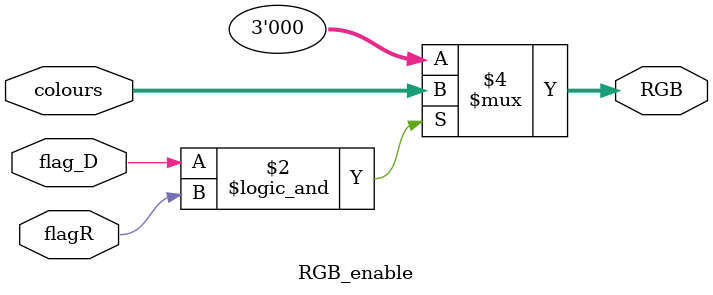
<source format=v>

module RGB_enable(flagR,flag_D,colours,RGB);

input flagR,flag_D;
input[2:0]colours; //the colours from memory 
output reg [2:0]RGB; //the output colours 

always@(flag_D or flagR or colours)
begin

  if(flag_D && flagR) //when you are in D R then vga_Red,vga_green,vga_blue from memory
    RGB=colours;
  else
    RGB=3'b000; //else 0 

end

endmodule
</source>
